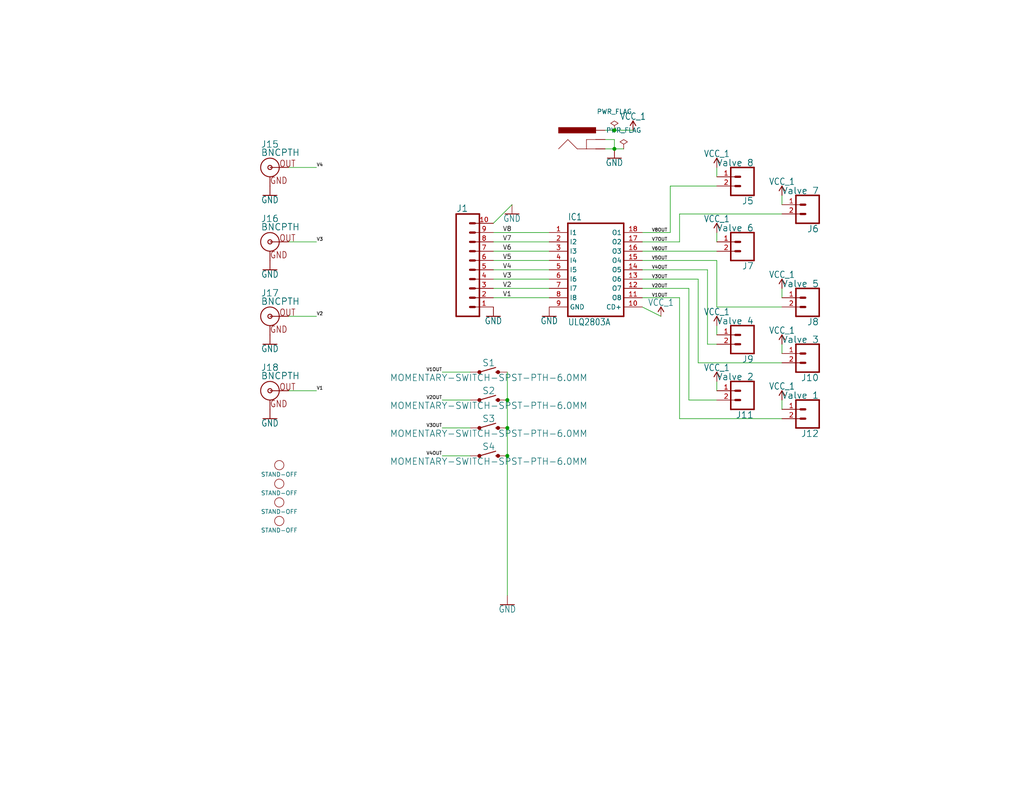
<source format=kicad_sch>
(kicad_sch (version 20230121) (generator eeschema)
  (paper "USLetter")
  (title_block (title "8-Channel Valve Driver") (date "2023-09-22") (rev "1.3") (company "HMS Research Instrumentation Core"))
  (lib_symbols
    (symbol "HMS_8ValveDriver-eagle-import:BNCPTH"
      (property "Reference" "J" (at -2.54 5.334 0))
      (symbol "BNCPTH_1_0"
        (circle (center 0 0) (radius 0.5679) (stroke (width 0.254)))
        (circle (center 0 0) (radius 2.54) (stroke (width 0.254)))
        (text "GND" (at 0 -2.54 0) (effects (font (size 1.778 1.5113)) (justify left top)))
        (text "OUT" (at 2.54 0 0) (effects (font (size 1.778 1.5113)) (justify left bottom)))
        (pin bidirectional line (at 0 -5.08 90) (length 2.54) (name "GND") (number "GND"))
        (pin bidirectional line (at 5.08 0 180) (length 5.08) (name "OUT") (number "S"))
      )
    )
    (symbol "HMS_8ValveDriver-eagle-import:CONN_02"
      (property "Reference" "J" (at -2.54 5.588 0))
      (symbol "CONN_02_1_0"
        (polyline (pts (xy -2.54 5.08) (xy -2.54 -2.54)) (stroke (width 0.4064)))
        (polyline (pts (xy -2.54 5.08) (xy 3.81 5.08)) (stroke (width 0.4064)))
        (polyline (pts (xy 1.27 0) (xy 2.54 0)) (stroke (width 0.6096)))
        (polyline (pts (xy 1.27 2.54) (xy 2.54 2.54)) (stroke (width 0.6096)))
        (polyline (pts (xy 3.81 -2.54) (xy -2.54 -2.54)) (stroke (width 0.4064)))
        (polyline (pts (xy 3.81 -2.54) (xy 3.81 5.08)) (stroke (width 0.4064)))
        (pin passive line (at 7.62 0 180) (length 5.08) (name "1") (number "1"))
        (pin passive line (at 7.62 2.54 180) (length 5.08) (name "2") (number "2"))
      )
    )
    (symbol "HMS_8ValveDriver-eagle-import:CONN_10{dblquote}"
      (property "Reference" "J" (at 0 8.128 0))
      (symbol "CONN_10{dblquote}_1_0"
        (polyline (pts (xy 0 7.62) (xy 0 -20.32)) (stroke (width 0.4064)))
        (polyline (pts (xy 0 7.62) (xy 6.35 7.62)) (stroke (width 0.4064)))
        (polyline (pts (xy 3.81 -17.78) (xy 5.08 -17.78)) (stroke (width 0.6096)))
        (polyline (pts (xy 3.81 -15.24) (xy 5.08 -15.24)) (stroke (width 0.6096)))
        (polyline (pts (xy 3.81 -12.7) (xy 5.08 -12.7)) (stroke (width 0.6096)))
        (polyline (pts (xy 3.81 -10.16) (xy 5.08 -10.16)) (stroke (width 0.6096)))
        (polyline (pts (xy 3.81 -7.62) (xy 5.08 -7.62)) (stroke (width 0.6096)))
        (polyline (pts (xy 3.81 -5.08) (xy 5.08 -5.08)) (stroke (width 0.6096)))
        (polyline (pts (xy 3.81 -2.54) (xy 5.08 -2.54)) (stroke (width 0.6096)))
        (polyline (pts (xy 3.81 0) (xy 5.08 0)) (stroke (width 0.6096)))
        (polyline (pts (xy 3.81 2.54) (xy 5.08 2.54)) (stroke (width 0.6096)))
        (polyline (pts (xy 3.81 5.08) (xy 5.08 5.08)) (stroke (width 0.6096)))
        (polyline (pts (xy 6.35 -20.32) (xy 0 -20.32)) (stroke (width 0.4064)))
        (polyline (pts (xy 6.35 -20.32) (xy 6.35 7.62)) (stroke (width 0.4064)))
        (pin passive line (at 10.16 -17.78 180) (length 5.08) (name "1") (number "1"))
        (pin passive line (at 10.16 5.08 180) (length 5.08) (name "10") (number "10"))
        (pin passive line (at 10.16 -15.24 180) (length 5.08) (name "2") (number "2"))
        (pin passive line (at 10.16 -12.7 180) (length 5.08) (name "3") (number "3"))
        (pin passive line (at 10.16 -10.16 180) (length 5.08) (name "4") (number "4"))
        (pin passive line (at 10.16 -7.62 180) (length 5.08) (name "5") (number "5"))
        (pin passive line (at 10.16 -5.08 180) (length 5.08) (name "6") (number "6"))
        (pin passive line (at 10.16 -2.54 180) (length 5.08) (name "7") (number "7"))
        (pin passive line (at 10.16 0 180) (length 5.08) (name "8") (number "8"))
        (pin passive line (at 10.16 2.54 180) (length 5.08) (name "9") (number "9"))
      )
    )
    (symbol "HMS_8ValveDriver-eagle-import:GND" (power)
      (property "Value" "GND" (at 0 -0.254 0))
      (symbol "GND_1_0"
        (polyline (pts (xy -1.905 0) (xy 1.905 0)) (stroke (width 0.254)))
        (pin power_in line (at 0 2.54 270) (length 2.54) (name "GND") (number "1"))
      )
    )
    (symbol "HMS_8ValveDriver-eagle-import:MOMENTARY-SWITCH-SPST-PTH-6.0MM"
      (property "Reference" "S" (at 0 1.524 0))
      (symbol "MOMENTARY-SWITCH-SPST-PTH-6.0MM_1_0"
        (circle (center -2.54 0) (radius 0.127) (stroke (width 0.4064)))
        (polyline (pts (xy -2.54 0) (xy 1.905 1.27)) (stroke (width 0.254)))
        (polyline (pts (xy 1.905 0) (xy 2.54 0)) (stroke (width 0.254)))
        (circle (center 2.54 0) (radius 0.127) (stroke (width 0.4064)))
        (pin passive line (at -5.08 0 0) (length 2.54) (name "1") (number "1"))
        (pin passive line (at 5.08 0 180) (length 2.54) (name "2") (number "3"))
      )
    )
    (symbol "HMS_8ValveDriver-eagle-import:POWER_JACK"
      (symbol "POWER_JACK_1_0"
        (rectangle (start -10.16 6.858) (end 0 8.382) (fill (type outline)))
        (polyline (pts (xy -10.16 2.54) (xy -7.62 5.08)) (stroke (width 0.1524)))
        (polyline (pts (xy -7.62 5.08) (xy -5.08 2.54)) (stroke (width 0.1524)))
        (polyline (pts (xy -5.08 2.54) (xy -2.54 2.54)) (stroke (width 0.1524)))
        (polyline (pts (xy -2.54 2.54) (xy -2.54 5.08)) (stroke (width 0.1524)))
        (polyline (pts (xy -2.54 2.54) (xy 0 2.54)) (stroke (width 0.1524)))
        (polyline (pts (xy -2.54 5.08) (xy 0 5.08)) (stroke (width 0.1524)))
        (pin bidirectional line (at 2.54 2.54 180) (length 2.54) (name "GND") (number "GND"))
        (pin bidirectional line (at 2.54 5.08 180) (length 2.54) (name "GNDBREAK") (number "GNDBREAK"))
        (pin bidirectional line (at 2.54 7.62 180) (length 2.54) (name "PWR") (number "PWR"))
      )
    )
    (symbol "HMS_8ValveDriver-eagle-import:ULN2803A"
      (property "Reference" "IC" (at -7.62 13.462 0))
      (symbol "ULN2803A_1_0"
        (polyline (pts (xy -7.62 12.7) (xy -7.62 -12.7)) (stroke (width 0.4064)))
        (polyline (pts (xy -7.62 12.7) (xy 7.62 12.7)) (stroke (width 0.4064)))
        (polyline (pts (xy 7.62 -12.7) (xy -7.62 -12.7)) (stroke (width 0.4064)))
        (polyline (pts (xy 7.62 -12.7) (xy 7.62 12.7)) (stroke (width 0.4064)))
        (pin input line (at -12.7 10.16 0) (length 5.08) (name "I1") (number "1"))
        (pin passive line (at 12.7 -10.16 180) (length 5.08) (name "CD+") (number "10"))
        (pin open_collector line (at 12.7 -7.62 180) (length 5.08) (name "O8") (number "11"))
        (pin open_collector line (at 12.7 -5.08 180) (length 5.08) (name "O7") (number "12"))
        (pin open_collector line (at 12.7 -2.54 180) (length 5.08) (name "O6") (number "13"))
        (pin open_collector line (at 12.7 0 180) (length 5.08) (name "O5") (number "14"))
        (pin open_collector line (at 12.7 2.54 180) (length 5.08) (name "O4") (number "15"))
        (pin open_collector line (at 12.7 5.08 180) (length 5.08) (name "O3") (number "16"))
        (pin open_collector line (at 12.7 7.62 180) (length 5.08) (name "O2") (number "17"))
        (pin open_collector line (at 12.7 10.16 180) (length 5.08) (name "O1") (number "18"))
        (pin input line (at -12.7 7.62 0) (length 5.08) (name "I2") (number "2"))
        (pin input line (at -12.7 5.08 0) (length 5.08) (name "I3") (number "3"))
        (pin input line (at -12.7 2.54 0) (length 5.08) (name "I4") (number "4"))
        (pin input line (at -12.7 0 0) (length 5.08) (name "I5") (number "5"))
        (pin input line (at -12.7 -2.54 0) (length 5.08) (name "I6") (number "6"))
        (pin input line (at -12.7 -5.08 0) (length 5.08) (name "I7") (number "7"))
        (pin input line (at -12.7 -7.62 0) (length 5.08) (name "I8") (number "8"))
        (pin power_in line (at -12.7 -10.16 0) (length 5.08) (name "GND") (number "9"))
      )
    )
    (symbol "HMS_8ValveDriver-eagle-import:VCC_1" (power)
      (property "Value" "VCC_1" (at 0 2.794 0))
      (symbol "VCC_1_1_0"
        (polyline (pts (xy 0 2.54) (xy -0.762 1.27)) (stroke (width 0.254)))
        (polyline (pts (xy 0.762 1.27) (xy 0 2.54)) (stroke (width 0.254)))
        (pin power_in line (at 0 0 90) (length 2.54) (name "VCC_1") (number "1"))
      )
    )
    (symbol "SparkFun-Hardware:STAND-OFF" (pin_numbers hide) (pin_names (offset 1.016) hide)
      (property "Field4" "XXX-00000" (at 0 5.08 0))
      (symbol "STAND-OFF_1_1"
        (circle (center 0 0) (radius 1.27))
      )
    )
    (symbol "power:PWR_FLAG" (power) (pin_numbers hide) (pin_names (offset 0) hide)
      (property "Value" "PWR_FLAG" (at 0 3.81 0))
      (symbol "PWR_FLAG_0_0"
        (pin power_out line (at 0 0 90) (length 0) (name "pwr") (number "1"))
      )
      (symbol "PWR_FLAG_0_1"
        (polyline (pts (xy 0 0) (xy 0 1.27) (xy -1.016 1.905) (xy 0 2.54) (xy 1.016 1.905) (xy 0 1.27)))
      )
    )
  )
  (junction (at 138.43 116.84))
  (junction (at 138.43 109.22))
  (junction (at 138.43 124.46))
  (junction (at 167.64 40.64))
  (junction (at 167.64 35.56))
  (wire (pts (xy 134.62 81.28) (xy 149.86 81.28)) (stroke (width 0.1524)))
  (wire (pts (xy 172.72 35.56) (xy 167.64 35.56)) (stroke (width 0.1524)))
  (wire (pts (xy 182.88 63.5) (xy 182.88 50.8)) (stroke (width 0.1524)))
  (wire (pts (xy 78.74 106.68) (xy 86.36 106.68)) (stroke (width 0.1524)))
  (wire (pts (xy 195.58 104.14) (xy 195.58 106.68)) (stroke (width 0.1524)))
  (wire (pts (xy 167.64 38.1) (xy 167.64 40.64)) (stroke (width 0.1524)))
  (wire (pts (xy 138.43 116.84) (xy 138.43 109.22)) (stroke (width 0.1524)))
  (wire (pts (xy 167.64 40.64) (xy 165.1 40.64)) (stroke (width 0.1524)))
  (wire (pts (xy 134.62 73.66) (xy 149.86 73.66)) (stroke (width 0.1524)))
  (wire (pts (xy 128.27 101.6) (xy 120.65 101.6)) (stroke (width 0.1524)))
  (wire (pts (xy 175.26 71.12) (xy 195.58 71.12)) (stroke (width 0.1524)))
  (wire (pts (xy 134.62 78.74) (xy 149.86 78.74)) (stroke (width 0.1524)))
  (wire (pts (xy 165.1 38.1) (xy 167.64 38.1)) (stroke (width 0.1524)))
  (wire (pts (xy 138.43 162.56) (xy 138.43 124.46)) (stroke (width 0.1524)))
  (wire (pts (xy 213.36 81.28) (xy 213.36 78.74)) (stroke (width 0.1524)))
  (wire (pts (xy 138.43 109.22) (xy 138.43 101.6)) (stroke (width 0.1524)))
  (wire (pts (xy 134.62 71.12) (xy 149.86 71.12)) (stroke (width 0.1524)))
  (wire (pts (xy 182.88 50.8) (xy 195.58 50.8)) (stroke (width 0.1524)))
  (wire (pts (xy 195.58 45.72) (xy 195.58 48.26)) (stroke (width 0.1524)))
  (wire (pts (xy 138.43 124.46) (xy 138.43 116.84)) (stroke (width 0.1524)))
  (wire (pts (xy 213.36 55.88) (xy 213.36 53.34)) (stroke (width 0.1524)))
  (wire (pts (xy 175.26 78.74) (xy 187.96 78.74)) (stroke (width 0.1524)))
  (wire (pts (xy 195.58 93.98) (xy 193.04 93.98)) (stroke (width 0.1524)))
  (wire (pts (xy 128.27 109.22) (xy 120.65 109.22)) (stroke (width 0.1524)))
  (wire (pts (xy 213.36 111.76) (xy 213.36 109.22)) (stroke (width 0.1524)))
  (wire (pts (xy 175.26 81.28) (xy 185.42 81.28)) (stroke (width 0.1524)))
  (wire (pts (xy 185.42 114.3) (xy 213.36 114.3)) (stroke (width 0.1524)))
  (wire (pts (xy 78.74 66.04) (xy 86.36 66.04)) (stroke (width 0.1524)))
  (wire (pts (xy 180.34 86.36) (xy 175.26 83.82)) (stroke (width 0.1524)))
  (wire (pts (xy 128.27 116.84) (xy 120.65 116.84)) (stroke (width 0.1524)))
  (wire (pts (xy 185.42 66.04) (xy 185.42 58.42)) (stroke (width 0.1524)))
  (wire (pts (xy 128.27 124.46) (xy 120.65 124.46)) (stroke (width 0.1524)))
  (wire (pts (xy 193.04 93.98) (xy 193.04 73.66)) (stroke (width 0.1524)))
  (wire (pts (xy 175.26 66.04) (xy 185.42 66.04)) (stroke (width 0.1524)))
  (wire (pts (xy 134.62 76.2) (xy 149.86 76.2)) (stroke (width 0.1524)))
  (wire (pts (xy 195.58 83.82) (xy 213.36 83.82)) (stroke (width 0.1524)))
  (wire (pts (xy 149.86 68.58) (xy 134.62 68.58)) (stroke (width 0.1524)))
  (wire (pts (xy 187.96 109.22) (xy 187.96 78.74)) (stroke (width 0.1524)))
  (wire (pts (xy 190.5 99.06) (xy 213.36 99.06)) (stroke (width 0.1524)))
  (wire (pts (xy 175.26 76.2) (xy 190.5 76.2)) (stroke (width 0.1524)))
  (wire (pts (xy 139.7 55.88) (xy 134.62 60.96)) (stroke (width 0.1524)))
  (wire (pts (xy 195.58 71.12) (xy 195.58 83.82)) (stroke (width 0.1524)))
  (wire (pts (xy 167.64 35.56) (xy 165.1 35.56)) (stroke (width 0.1524)))
  (wire (pts (xy 195.58 63.5) (xy 195.58 66.04)) (stroke (width 0.1524)))
  (wire (pts (xy 185.42 58.42) (xy 213.36 58.42)) (stroke (width 0.1524)))
  (wire (pts (xy 213.36 96.52) (xy 213.36 93.98)) (stroke (width 0.1524)))
  (wire (pts (xy 195.58 109.22) (xy 187.96 109.22)) (stroke (width 0.1524)))
  (wire (pts (xy 149.86 66.04) (xy 134.62 66.04)) (stroke (width 0.1524)))
  (wire (pts (xy 78.74 86.36) (xy 86.36 86.36)) (stroke (width 0.1524)))
  (wire (pts (xy 175.26 63.5) (xy 182.88 63.5)) (stroke (width 0.1524)))
  (wire (pts (xy 193.04 73.66) (xy 175.26 73.66)) (stroke (width 0.1524)))
  (wire (pts (xy 78.74 45.72) (xy 86.36 45.72)) (stroke (width 0.1524)))
  (wire (pts (xy 167.64 40.64) (xy 170.18 40.64)))
  (wire (pts (xy 175.26 68.58) (xy 195.58 68.58)) (stroke (width 0.1524)))
  (wire (pts (xy 190.5 76.2) (xy 190.5 99.06)) (stroke (width 0.1524)))
  (wire (pts (xy 195.58 91.44) (xy 195.58 88.9)) (stroke (width 0.1524)))
  (wire (pts (xy 185.42 81.28) (xy 185.42 114.3)) (stroke (width 0.1524)))
  (wire (pts (xy 134.62 63.5) (xy 149.86 63.5)) (stroke (width 0.1524)))
  (label "V2" (at 137.16 78.74 0) (effects (font (size 1.2446 1.2446))))
  (label "V1" (at 86.36 106.68 0) (effects (font (size 0.889 0.889))))
  (label "V4" (at 86.36 45.72 0) (effects (font (size 0.889 0.889))))
  (label "V2OUT" (at 177.8 78.74 0) (effects (font (size 0.889 0.889))))
  (label "V3" (at 137.16 76.2 0) (effects (font (size 1.2446 1.2446))))
  (label "V6" (at 137.16 68.58 0) (effects (font (size 1.2446 1.2446))))
  (label "V4" (at 137.16 73.66 0) (effects (font (size 1.2446 1.2446))))
  (label "V8" (at 137.16 63.5 0) (effects (font (size 1.2446 1.2446))))
  (label "V5" (at 137.16 71.12 0) (effects (font (size 1.2446 1.2446))))
  (label "V6OUT" (at 177.8 68.58 0) (effects (font (size 0.889 0.889))))
  (label "V2OUT" (at 120.65 109.22 180) (effects (font (size 0.889 0.889))))
  (label "V7OUT" (at 177.8 66.04 0) (effects (font (size 0.889 0.889))))
  (label "V7" (at 137.16 66.04 0) (effects (font (size 1.2446 1.2446))))
  (label "V2" (at 86.36 86.36 0) (effects (font (size 0.889 0.889))))
  (label "V8OUT" (at 177.8 63.5 0) (effects (font (size 0.889 0.889))))
  (label "V4OUT" (at 120.65 124.46 180) (effects (font (size 0.889 0.889))))
  (label "V5OUT" (at 177.8 71.12 0) (effects (font (size 0.889 0.889))))
  (label "V4OUT" (at 177.8 73.66 0) (effects (font (size 0.889 0.889))))
  (label "V1OUT" (at 120.65 101.6 180) (effects (font (size 0.889 0.889))))
  (label "V1OUT" (at 177.8 81.28 0) (effects (font (size 0.889 0.889))))
  (label "V3OUT" (at 177.8 76.2 0) (effects (font (size 0.889 0.889))))
  (label "V1" (at 137.16 81.28 0) (effects (font (size 1.2446 1.2446))))
  (label "V3" (at 86.36 66.04 0) (effects (font (size 0.889 0.889))))
  (label "V3OUT" (at 120.65 116.84 180) (effects (font (size 0.889 0.889))))
  (symbol (lib_id "HMS_8ValveDriver-eagle-import:GND") (at 73.66 114.3 0) (unit 1)
    (property "Reference" "#GND013" (effects hide))
    (property "Value" "GND" (at 73.66 114.554 0) (effects (font (size 1.778 1.5113)) (justify top)))
  )
  (symbol (lib_id "HMS_8ValveDriver-eagle-import:BNCPTH") (at 73.66 86.36 0) (unit 1)
    (property "Reference" "J17" (at 71.12 81.026 0) (effects (font (size 1.778 1.778)) (justify left bottom)))
    (property "Value" "BNCPTH" (at 71.12 83.312 0) (effects (font (size 1.778 1.778)) (justify left bottom)))
    (property "Footprint" "HMS_8ValveDriver:BNC" (effects hide))
  )
  (symbol (lib_id "HMS_8ValveDriver-eagle-import:ULN2803A") (at 162.56 73.66 0) (unit 1)
    (property "Reference" "IC1" (at 154.94 60.198 0) (effects (font (size 1.778 1.5113)) (justify left bottom)))
    (property "Value" "ULQ2803A" (at 154.94 88.9 0) (effects (font (size 1.778 1.5113)) (justify left bottom)))
    (property "Footprint" "HMS_8ValveDriver:DIL18" (effects hide))
  )
  (symbol (lib_id "HMS_8ValveDriver-eagle-import:VCC_1") (at 195.58 88.9 0) (unit 1)
    (property "Reference" "#SUPPLY08" (effects hide))
    (property "Value" "VCC_1" (at 195.58 86.106 0) (effects (font (size 1.778 1.5113)) (justify bottom)))
  )
  (symbol (lib_id "HMS_8ValveDriver-eagle-import:VCC_1") (at 195.58 104.14 0) (unit 1)
    (property "Reference" "#SUPPLY09" (effects hide))
    (property "Value" "VCC_1" (at 195.58 101.346 0) (effects (font (size 1.778 1.5113)) (justify bottom)))
  )
  (symbol (lib_id "HMS_8ValveDriver-eagle-import:CONN_10{dblquote}") (at 124.46 66.04 0) (unit 1)
    (property "Reference" "J1" (at 124.46 57.912 0) (effects (font (size 1.778 1.778)) (justify left bottom)))
    (property "Value" "CONN_10{dblquote}" (effects hide))
    (property "Footprint" "HMS_8ValveDriver:1X10" (effects hide))
  )
  (symbol (lib_id "HMS_8ValveDriver-eagle-import:POWER_JACK") (at 162.56 43.18 0) (unit 1)
    (property "Reference" "J4" (effects hide))
    (property "Value" "POWER_JACK" (effects hide))
    (property "Footprint" "HMS_8ValveDriver:POWER_JACK_PTH" (effects hide))
  )
  (symbol (lib_id "HMS_8ValveDriver-eagle-import:CONN_02") (at 220.98 111.76 180) (unit 1)
    (property "Reference" "J12" (at 223.52 117.348 0) (effects (font (size 1.778 1.778)) (justify left bottom)))
    (property "Value" "Valve 1" (at 223.52 106.934 0) (effects (font (size 1.778 1.778)) (justify left bottom)))
    (property "Footprint" "HMS_8ValveDriver:1X02" (effects hide))
  )
  (symbol (lib_id "HMS_8ValveDriver-eagle-import:VCC_1") (at 195.58 45.72 0) (unit 1)
    (property "Reference" "#SUPPLY05" (effects hide))
    (property "Value" "VCC_1" (at 195.58 42.926 0) (effects (font (size 1.778 1.5113)) (justify bottom)))
  )
  (symbol (lib_id "HMS_8ValveDriver-eagle-import:CONN_02") (at 220.98 55.88 180) (unit 1)
    (property "Reference" "J6" (at 223.52 61.468 0) (effects (font (size 1.778 1.778)) (justify left bottom)))
    (property "Value" "Valve 7" (at 223.52 51.054 0) (effects (font (size 1.778 1.778)) (justify left bottom)))
    (property "Footprint" "HMS_8ValveDriver:1X02" (effects hide))
  )
  (symbol (lib_id "HMS_8ValveDriver-eagle-import:CONN_02") (at 203.2 91.44 180) (unit 1)
    (property "Reference" "J9" (at 205.74 97.028 0) (effects (font (size 1.778 1.778)) (justify left bottom)))
    (property "Value" "Valve 4" (at 205.74 86.614 0) (effects (font (size 1.778 1.778)) (justify left bottom)))
    (property "Footprint" "HMS_8ValveDriver:1X02" (effects hide))
  )
  (symbol (lib_id "HMS_8ValveDriver-eagle-import:GND") (at 73.66 93.98 0) (unit 1)
    (property "Reference" "#GND012" (effects hide))
    (property "Value" "GND" (at 73.66 94.234 0) (effects (font (size 1.778 1.5113)) (justify top)))
  )
  (symbol (lib_id "HMS_8ValveDriver-eagle-import:CONN_02") (at 203.2 66.04 180) (unit 1)
    (property "Reference" "J7" (at 205.74 71.628 0) (effects (font (size 1.778 1.778)) (justify left bottom)))
    (property "Value" "Valve 6" (at 205.74 61.214 0) (effects (font (size 1.778 1.778)) (justify left bottom)))
    (property "Footprint" "HMS_8ValveDriver:1X02" (effects hide))
  )
  (symbol (lib_id "HMS_8ValveDriver-eagle-import:MOMENTARY-SWITCH-SPST-PTH-6.0MM") (at 133.35 124.46 0) (unit 1)
    (property "Reference" "S4" (at 133.35 122.936 0) (effects (font (size 1.778 1.778)) (justify bottom)))
    (property "Value" "MOMENTARY-SWITCH-SPST-PTH-6.0MM" (at 133.35 124.968 0) (effects (font (size 1.778 1.778)) (justify top)))
    (property "Footprint" "HMS_8ValveDriver:TACTILE_SWITCH_PTH_6.0MM" (effects hide))
  )
  (symbol (lib_id "HMS_8ValveDriver-eagle-import:VCC_1") (at 195.58 63.5 0) (unit 1)
    (property "Reference" "#SUPPLY07" (effects hide))
    (property "Value" "VCC_1" (at 195.58 60.706 0) (effects (font (size 1.778 1.5113)) (justify bottom)))
  )
  (symbol (lib_id "SparkFun-Hardware:STAND-OFF") (at 76.2 142.24 0) (unit 1)
    (property "Reference" "H4" (effects hide))
    (property "Value" "STAND-OFF" (at 76.2 144.78 0) (effects (font (size 1.143 1.143))))
    (property "Footprint" "STAND-OFF" (effects hide))
    (property "Field4" "XXX-00000" (effects hide))
  )
  (symbol (lib_id "HMS_8ValveDriver-eagle-import:BNCPTH") (at 73.66 45.72 0) (unit 1)
    (property "Reference" "J15" (at 71.12 40.386 0) (effects (font (size 1.778 1.778)) (justify left bottom)))
    (property "Value" "BNCPTH" (at 71.12 42.672 0) (effects (font (size 1.778 1.778)) (justify left bottom)))
    (property "Footprint" "HMS_8ValveDriver:BNC" (effects hide))
  )
  (symbol (lib_id "HMS_8ValveDriver-eagle-import:GND") (at 167.64 43.18 0) (unit 1)
    (property "Reference" "#GND08" (effects hide))
    (property "Value" "GND" (at 167.64 43.434 0) (effects (font (size 1.778 1.5113)) (justify top)))
  )
  (symbol (lib_id "HMS_8ValveDriver-eagle-import:MOMENTARY-SWITCH-SPST-PTH-6.0MM") (at 133.35 109.22 0) (unit 1)
    (property "Reference" "S2" (at 133.35 107.696 0) (effects (font (size 1.778 1.778)) (justify bottom)))
    (property "Value" "MOMENTARY-SWITCH-SPST-PTH-6.0MM" (at 133.35 109.728 0) (effects (font (size 1.778 1.778)) (justify top)))
    (property "Footprint" "HMS_8ValveDriver:TACTILE_SWITCH_PTH_6.0MM" (effects hide))
  )
  (symbol (lib_id "HMS_8ValveDriver-eagle-import:MOMENTARY-SWITCH-SPST-PTH-6.0MM") (at 133.35 101.6 0) (unit 1)
    (property "Reference" "S1" (at 133.35 100.076 0) (effects (font (size 1.778 1.778)) (justify bottom)))
    (property "Value" "MOMENTARY-SWITCH-SPST-PTH-6.0MM" (at 133.35 102.108 0) (effects (font (size 1.778 1.778)) (justify top)))
    (property "Footprint" "HMS_8ValveDriver:TACTILE_SWITCH_PTH_6.0MM" (effects hide))
  )
  (symbol (lib_id "HMS_8ValveDriver-eagle-import:VCC_1") (at 213.36 109.22 0) (unit 1)
    (property "Reference" "#SUPPLY012" (effects hide))
    (property "Value" "VCC_1" (at 213.36 106.426 0) (effects (font (size 1.778 1.5113)) (justify bottom)))
  )
  (symbol (lib_id "HMS_8ValveDriver-eagle-import:VCC_1") (at 180.34 86.36 0) (unit 1)
    (property "Reference" "#SUPPLY03" (effects hide))
    (property "Value" "VCC_1" (at 180.34 83.566 0) (effects (font (size 1.778 1.5113)) (justify bottom)))
  )
  (symbol (lib_id "SparkFun-Hardware:STAND-OFF") (at 76.2 127 0) (unit 1)
    (property "Reference" "H1" (effects hide))
    (property "Value" "STAND-OFF" (at 76.2 129.54 0) (effects (font (size 1.143 1.143))))
    (property "Footprint" "STAND-OFF" (effects hide))
    (property "Field4" "XXX-00000" (effects hide))
  )
  (symbol (lib_id "HMS_8ValveDriver-eagle-import:CONN_02") (at 203.2 48.26 180) (unit 1)
    (property "Reference" "J5" (at 205.74 53.848 0) (effects (font (size 1.778 1.778)) (justify left bottom)))
    (property "Value" "Valve 8" (at 205.74 43.434 0) (effects (font (size 1.778 1.778)) (justify left bottom)))
    (property "Footprint" "HMS_8ValveDriver:1X02" (effects hide))
  )
  (symbol (lib_id "HMS_8ValveDriver-eagle-import:CONN_02") (at 203.2 106.68 180) (unit 1)
    (property "Reference" "J11" (at 205.74 112.268 0) (effects (font (size 1.778 1.778)) (justify left bottom)))
    (property "Value" "Valve 2" (at 205.74 101.854 0) (effects (font (size 1.778 1.778)) (justify left bottom)))
    (property "Footprint" "HMS_8ValveDriver:1X02" (effects hide))
  )
  (symbol (lib_id "HMS_8ValveDriver-eagle-import:VCC_1") (at 172.72 35.56 0) (unit 1)
    (property "Reference" "#SUPPLY04" (effects hide))
    (property "Value" "VCC_1" (at 172.72 32.766 0) (effects (font (size 1.778 1.5113)) (justify bottom)))
  )
  (symbol (lib_id "power:PWR_FLAG") (at 167.64 35.56 0) (unit 1)
    (property "Reference" "#FLG01" (effects hide))
    (property "Value" "PWR_FLAG" (at 167.64 30.48 0))
  )
  (symbol (lib_id "HMS_8ValveDriver-eagle-import:BNCPTH") (at 73.66 66.04 0) (unit 1)
    (property "Reference" "J16" (at 71.12 60.706 0) (effects (font (size 1.778 1.778)) (justify left bottom)))
    (property "Value" "BNCPTH" (at 71.12 62.992 0) (effects (font (size 1.778 1.778)) (justify left bottom)))
    (property "Footprint" "HMS_8ValveDriver:BNC" (effects hide))
  )
  (symbol (lib_id "HMS_8ValveDriver-eagle-import:GND") (at 73.66 53.34 0) (unit 1)
    (property "Reference" "#GND05" (effects hide))
    (property "Value" "GND" (at 73.66 53.594 0) (effects (font (size 1.778 1.5113)) (justify top)))
  )
  (symbol (lib_id "power:PWR_FLAG") (at 170.18 40.64 0) (unit 1)
    (property "Reference" "#FLG02" (effects hide))
    (property "Value" "PWR_FLAG" (at 170.18 35.56 0))
  )
  (symbol (lib_id "HMS_8ValveDriver-eagle-import:GND") (at 134.62 86.36 0) (unit 1)
    (property "Reference" "#GND03" (effects hide))
    (property "Value" "GND" (at 134.62 86.614 0) (effects (font (size 1.778 1.5113)) (justify top)))
  )
  (symbol (lib_id "HMS_8ValveDriver-eagle-import:MOMENTARY-SWITCH-SPST-PTH-6.0MM") (at 133.35 116.84 0) (unit 1)
    (property "Reference" "S3" (at 133.35 115.316 0) (effects (font (size 1.778 1.778)) (justify bottom)))
    (property "Value" "MOMENTARY-SWITCH-SPST-PTH-6.0MM" (at 133.35 117.348 0) (effects (font (size 1.778 1.778)) (justify top)))
    (property "Footprint" "HMS_8ValveDriver:TACTILE_SWITCH_PTH_6.0MM" (effects hide))
  )
  (symbol (lib_id "HMS_8ValveDriver-eagle-import:CONN_02") (at 220.98 81.28 180) (unit 1)
    (property "Reference" "J8" (at 223.52 86.868 0) (effects (font (size 1.778 1.778)) (justify left bottom)))
    (property "Value" "Valve 5" (at 223.52 76.454 0) (effects (font (size 1.778 1.778)) (justify left bottom)))
    (property "Footprint" "HMS_8ValveDriver:1X02" (effects hide))
  )
  (symbol (lib_id "HMS_8ValveDriver-eagle-import:VCC_1") (at 213.36 93.98 0) (unit 1)
    (property "Reference" "#SUPPLY011" (effects hide))
    (property "Value" "VCC_1" (at 213.36 91.186 0) (effects (font (size 1.778 1.5113)) (justify bottom)))
  )
  (symbol (lib_id "HMS_8ValveDriver-eagle-import:GND") (at 138.43 165.1 0) (unit 1)
    (property "Reference" "#GND01" (effects hide))
    (property "Value" "GND" (at 138.43 165.354 0) (effects (font (size 1.778 1.5113)) (justify top)))
  )
  (symbol (lib_id "HMS_8ValveDriver-eagle-import:CONN_02") (at 220.98 96.52 180) (unit 1)
    (property "Reference" "J10" (at 223.52 102.108 0) (effects (font (size 1.778 1.778)) (justify left bottom)))
    (property "Value" "Valve 3" (at 223.52 91.694 0) (effects (font (size 1.778 1.778)) (justify left bottom)))
    (property "Footprint" "HMS_8ValveDriver:1X02" (effects hide))
  )
  (symbol (lib_id "HMS_8ValveDriver-eagle-import:GND") (at 73.66 73.66 0) (unit 1)
    (property "Reference" "#GND06" (effects hide))
    (property "Value" "GND" (at 73.66 73.914 0) (effects (font (size 1.778 1.5113)) (justify top)))
  )
  (symbol (lib_id "HMS_8ValveDriver-eagle-import:GND") (at 149.86 86.36 0) (unit 1)
    (property "Reference" "#GND02" (effects hide))
    (property "Value" "GND" (at 149.86 86.614 0) (effects (font (size 1.778 1.5113)) (justify top)))
  )
  (symbol (lib_id "HMS_8ValveDriver-eagle-import:GND") (at 139.7 58.42 0) (unit 1)
    (property "Reference" "#GND04" (effects hide))
    (property "Value" "GND" (at 139.7 58.674 0) (effects (font (size 1.778 1.5113)) (justify top)))
  )
  (symbol (lib_id "SparkFun-Hardware:STAND-OFF") (at 76.2 132.08 0) (unit 1)
    (property "Reference" "H2" (effects hide))
    (property "Value" "STAND-OFF" (at 76.2 134.62 0) (effects (font (size 1.143 1.143))))
    (property "Footprint" "STAND-OFF" (effects hide))
    (property "Field4" "XXX-00000" (effects hide))
  )
  (symbol (lib_id "HMS_8ValveDriver-eagle-import:VCC_1") (at 213.36 78.74 0) (unit 1)
    (property "Reference" "#SUPPLY010" (effects hide))
    (property "Value" "VCC_1" (at 213.36 75.946 0) (effects (font (size 1.778 1.5113)) (justify bottom)))
  )
  (symbol (lib_id "SparkFun-Hardware:STAND-OFF") (at 76.2 137.16 0) (unit 1)
    (property "Reference" "H3" (effects hide))
    (property "Value" "STAND-OFF" (at 76.2 139.7 0) (effects (font (size 1.143 1.143))))
    (property "Footprint" "STAND-OFF" (effects hide))
    (property "Field4" "XXX-00000" (effects hide))
  )
  (symbol (lib_id "HMS_8ValveDriver-eagle-import:VCC_1") (at 213.36 53.34 0) (unit 1)
    (property "Reference" "#SUPPLY06" (effects hide))
    (property "Value" "VCC_1" (at 213.36 50.546 0) (effects (font (size 1.778 1.5113)) (justify bottom)))
  )
  (symbol (lib_id "HMS_8ValveDriver-eagle-import:BNCPTH") (at 73.66 106.68 0) (unit 1)
    (property "Reference" "J18" (at 71.12 101.346 0) (effects (font (size 1.778 1.778)) (justify left bottom)))
    (property "Value" "BNCPTH" (at 71.12 103.632 0) (effects (font (size 1.778 1.778)) (justify left bottom)))
    (property "Footprint" "HMS_8ValveDriver:BNC" (effects hide))
  )
)
</source>
